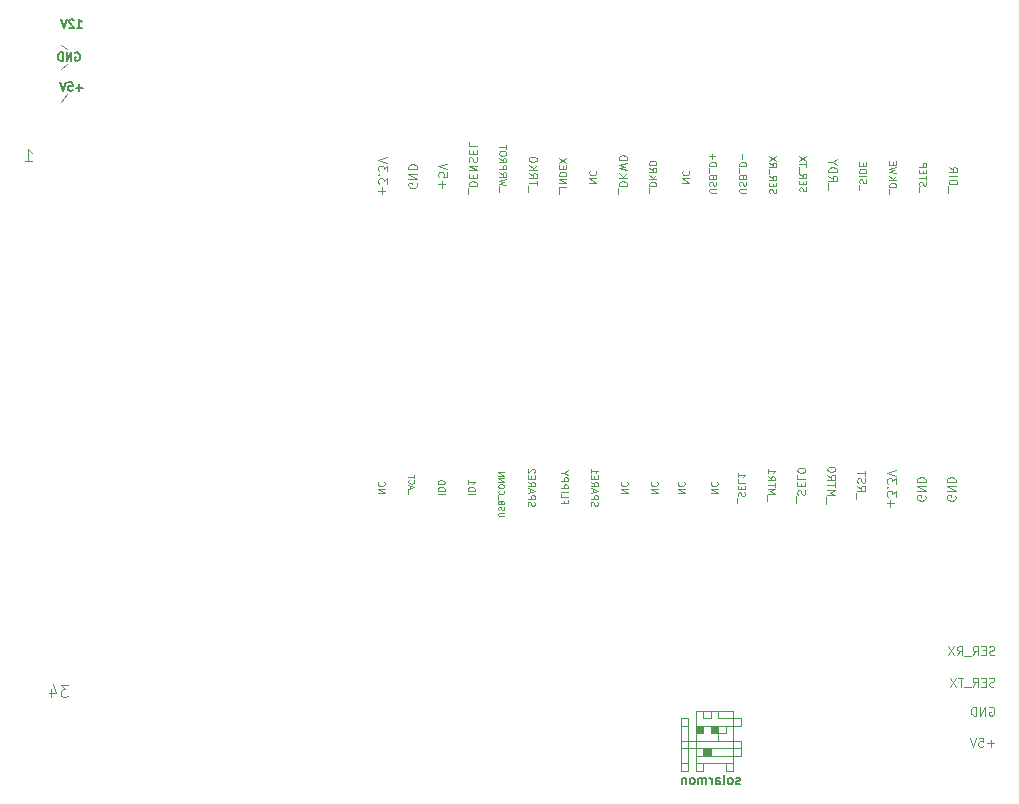
<source format=gbr>
G04 #@! TF.GenerationSoftware,KiCad,Pcbnew,(5.1.9)-1*
G04 #@! TF.CreationDate,2021-09-13T16:43:51+01:00*
G04 #@! TF.ProjectId,Greaseweazle F1 Plus Rev 1.1,47726561-7365-4776-9561-7a6c65204631,1*
G04 #@! TF.SameCoordinates,PX6312cb0PY6bcb370*
G04 #@! TF.FileFunction,Legend,Bot*
G04 #@! TF.FilePolarity,Positive*
%FSLAX46Y46*%
G04 Gerber Fmt 4.6, Leading zero omitted, Abs format (unit mm)*
G04 Created by KiCad (PCBNEW (5.1.9)-1) date 2021-09-13 16:43:51*
%MOMM*%
%LPD*%
G01*
G04 APERTURE LIST*
%ADD10C,0.120000*%
%ADD11C,0.125000*%
%ADD12C,0.150000*%
%ADD13C,0.100000*%
G04 APERTURE END LIST*
D10*
X-2794000Y50927000D02*
X-3302000Y50546000D01*
X-2794000Y52197000D02*
X-3302000Y52578000D01*
X-2794000Y48387000D02*
X-3302000Y47752000D01*
D11*
X-2746477Y-1611380D02*
X-3365524Y-1611380D01*
X-3032191Y-1992333D01*
X-3175048Y-1992333D01*
X-3270286Y-2039952D01*
X-3317905Y-2087571D01*
X-3365524Y-2182809D01*
X-3365524Y-2420904D01*
X-3317905Y-2516142D01*
X-3270286Y-2563761D01*
X-3175048Y-2611380D01*
X-2889334Y-2611380D01*
X-2794096Y-2563761D01*
X-2746477Y-2516142D01*
X-4222667Y-1944714D02*
X-4222667Y-2611380D01*
X-3984572Y-1563761D02*
X-3746477Y-2278047D01*
X-4365524Y-2278047D01*
X-6381715Y42727620D02*
X-5810286Y42727620D01*
X-6096000Y42727620D02*
X-6096000Y43727620D01*
X-6000762Y43584762D01*
X-5905524Y43489524D01*
X-5810286Y43441905D01*
X61565285Y40298858D02*
X61565285Y40870286D01*
X61636714Y41477429D02*
X61993857Y41227429D01*
X61636714Y41048858D02*
X62386714Y41048858D01*
X62386714Y41334572D01*
X62351000Y41406000D01*
X62315285Y41441715D01*
X62243857Y41477429D01*
X62136714Y41477429D01*
X62065285Y41441715D01*
X62029571Y41406000D01*
X61993857Y41334572D01*
X61993857Y41048858D01*
X61636714Y41798858D02*
X62386714Y41798858D01*
X62386714Y41977429D01*
X62351000Y42084572D01*
X62279571Y42156000D01*
X62208142Y42191715D01*
X62065285Y42227429D01*
X61958142Y42227429D01*
X61815285Y42191715D01*
X61743857Y42156000D01*
X61672428Y42084572D01*
X61636714Y41977429D01*
X61636714Y41798858D01*
X61993857Y42691715D02*
X61636714Y42691715D01*
X62386714Y42441715D02*
X61993857Y42691715D01*
X62386714Y42941715D01*
X49258571Y40930572D02*
X49858571Y40930572D01*
X49258571Y41273429D01*
X49858571Y41273429D01*
X49315714Y41902000D02*
X49287142Y41873429D01*
X49258571Y41787715D01*
X49258571Y41730572D01*
X49287142Y41644858D01*
X49344285Y41587715D01*
X49401428Y41559143D01*
X49515714Y41530572D01*
X49601428Y41530572D01*
X49715714Y41559143D01*
X49772857Y41587715D01*
X49830000Y41644858D01*
X49858571Y41730572D01*
X49858571Y41787715D01*
X49830000Y41873429D01*
X49801428Y41902000D01*
X23477571Y14641572D02*
X24077571Y14641572D01*
X23477571Y14984429D01*
X24077571Y14984429D01*
X23534714Y15613000D02*
X23506142Y15584429D01*
X23477571Y15498715D01*
X23477571Y15441572D01*
X23506142Y15355858D01*
X23563285Y15298715D01*
X23620428Y15270143D01*
X23734714Y15241572D01*
X23820428Y15241572D01*
X23934714Y15270143D01*
X23991857Y15298715D01*
X24049000Y15355858D01*
X24077571Y15441572D01*
X24077571Y15498715D01*
X24049000Y15584429D01*
X24020428Y15613000D01*
X28557571Y14527286D02*
X29157571Y14527286D01*
X28557571Y14813000D02*
X29157571Y14813000D01*
X29157571Y14955858D01*
X29129000Y15041572D01*
X29071857Y15098715D01*
X29014714Y15127286D01*
X28900428Y15155858D01*
X28814714Y15155858D01*
X28700428Y15127286D01*
X28643285Y15098715D01*
X28586142Y15041572D01*
X28557571Y14955858D01*
X28557571Y14813000D01*
X29157571Y15527286D02*
X29157571Y15584429D01*
X29129000Y15641572D01*
X29100428Y15670143D01*
X29043285Y15698715D01*
X28929000Y15727286D01*
X28786142Y15727286D01*
X28671857Y15698715D01*
X28614714Y15670143D01*
X28586142Y15641572D01*
X28557571Y15584429D01*
X28557571Y15527286D01*
X28586142Y15470143D01*
X28614714Y15441572D01*
X28671857Y15413000D01*
X28786142Y15384429D01*
X28929000Y15384429D01*
X29043285Y15413000D01*
X29100428Y15441572D01*
X29129000Y15470143D01*
X29157571Y15527286D01*
X31097571Y14527286D02*
X31697571Y14527286D01*
X31097571Y14813000D02*
X31697571Y14813000D01*
X31697571Y14955858D01*
X31669000Y15041572D01*
X31611857Y15098715D01*
X31554714Y15127286D01*
X31440428Y15155858D01*
X31354714Y15155858D01*
X31240428Y15127286D01*
X31183285Y15098715D01*
X31126142Y15041572D01*
X31097571Y14955858D01*
X31097571Y14813000D01*
X31097571Y15727286D02*
X31097571Y15384429D01*
X31097571Y15555858D02*
X31697571Y15555858D01*
X31611857Y15498715D01*
X31554714Y15441572D01*
X31526142Y15384429D01*
X36206142Y13527286D02*
X36177571Y13613000D01*
X36177571Y13755858D01*
X36206142Y13813000D01*
X36234714Y13841572D01*
X36291857Y13870143D01*
X36349000Y13870143D01*
X36406142Y13841572D01*
X36434714Y13813000D01*
X36463285Y13755858D01*
X36491857Y13641572D01*
X36520428Y13584429D01*
X36549000Y13555858D01*
X36606142Y13527286D01*
X36663285Y13527286D01*
X36720428Y13555858D01*
X36749000Y13584429D01*
X36777571Y13641572D01*
X36777571Y13784429D01*
X36749000Y13870143D01*
X36177571Y14127286D02*
X36777571Y14127286D01*
X36777571Y14355858D01*
X36749000Y14413000D01*
X36720428Y14441572D01*
X36663285Y14470143D01*
X36577571Y14470143D01*
X36520428Y14441572D01*
X36491857Y14413000D01*
X36463285Y14355858D01*
X36463285Y14127286D01*
X36349000Y14698715D02*
X36349000Y14984429D01*
X36177571Y14641572D02*
X36777571Y14841572D01*
X36177571Y15041572D01*
X36177571Y15584429D02*
X36463285Y15384429D01*
X36177571Y15241572D02*
X36777571Y15241572D01*
X36777571Y15470143D01*
X36749000Y15527286D01*
X36720428Y15555858D01*
X36663285Y15584429D01*
X36577571Y15584429D01*
X36520428Y15555858D01*
X36491857Y15527286D01*
X36463285Y15470143D01*
X36463285Y15241572D01*
X36491857Y15841572D02*
X36491857Y16041572D01*
X36177571Y16127286D02*
X36177571Y15841572D01*
X36777571Y15841572D01*
X36777571Y16127286D01*
X36720428Y16355858D02*
X36749000Y16384429D01*
X36777571Y16441572D01*
X36777571Y16584429D01*
X36749000Y16641572D01*
X36720428Y16670143D01*
X36663285Y16698715D01*
X36606142Y16698715D01*
X36520428Y16670143D01*
X36177571Y16327286D01*
X36177571Y16698715D01*
X39285857Y13955858D02*
X39285857Y13755858D01*
X38971571Y13755858D02*
X39571571Y13755858D01*
X39571571Y14041572D01*
X38971571Y14555858D02*
X38971571Y14270143D01*
X39571571Y14270143D01*
X38971571Y14755858D02*
X39571571Y14755858D01*
X38971571Y15041572D02*
X39571571Y15041572D01*
X39571571Y15270143D01*
X39543000Y15327286D01*
X39514428Y15355858D01*
X39457285Y15384429D01*
X39371571Y15384429D01*
X39314428Y15355858D01*
X39285857Y15327286D01*
X39257285Y15270143D01*
X39257285Y15041572D01*
X38971571Y15641572D02*
X39571571Y15641572D01*
X39571571Y15870143D01*
X39543000Y15927286D01*
X39514428Y15955858D01*
X39457285Y15984429D01*
X39371571Y15984429D01*
X39314428Y15955858D01*
X39285857Y15927286D01*
X39257285Y15870143D01*
X39257285Y15641572D01*
X39257285Y16355858D02*
X38971571Y16355858D01*
X39571571Y16155858D02*
X39257285Y16355858D01*
X39571571Y16555858D01*
X41540142Y13527286D02*
X41511571Y13613000D01*
X41511571Y13755858D01*
X41540142Y13813000D01*
X41568714Y13841572D01*
X41625857Y13870143D01*
X41683000Y13870143D01*
X41740142Y13841572D01*
X41768714Y13813000D01*
X41797285Y13755858D01*
X41825857Y13641572D01*
X41854428Y13584429D01*
X41883000Y13555858D01*
X41940142Y13527286D01*
X41997285Y13527286D01*
X42054428Y13555858D01*
X42083000Y13584429D01*
X42111571Y13641572D01*
X42111571Y13784429D01*
X42083000Y13870143D01*
X41511571Y14127286D02*
X42111571Y14127286D01*
X42111571Y14355858D01*
X42083000Y14413000D01*
X42054428Y14441572D01*
X41997285Y14470143D01*
X41911571Y14470143D01*
X41854428Y14441572D01*
X41825857Y14413000D01*
X41797285Y14355858D01*
X41797285Y14127286D01*
X41683000Y14698715D02*
X41683000Y14984429D01*
X41511571Y14641572D02*
X42111571Y14841572D01*
X41511571Y15041572D01*
X41511571Y15584429D02*
X41797285Y15384429D01*
X41511571Y15241572D02*
X42111571Y15241572D01*
X42111571Y15470143D01*
X42083000Y15527286D01*
X42054428Y15555858D01*
X41997285Y15584429D01*
X41911571Y15584429D01*
X41854428Y15555858D01*
X41825857Y15527286D01*
X41797285Y15470143D01*
X41797285Y15241572D01*
X41825857Y15841572D02*
X41825857Y16041572D01*
X41511571Y16127286D02*
X41511571Y15841572D01*
X42111571Y15841572D01*
X42111571Y16127286D01*
X41511571Y16698715D02*
X41511571Y16355858D01*
X41511571Y16527286D02*
X42111571Y16527286D01*
X42025857Y16470143D01*
X41968714Y16413000D01*
X41940142Y16355858D01*
X44051571Y14641572D02*
X44651571Y14641572D01*
X44051571Y14984429D01*
X44651571Y14984429D01*
X44108714Y15613000D02*
X44080142Y15584429D01*
X44051571Y15498715D01*
X44051571Y15441572D01*
X44080142Y15355858D01*
X44137285Y15298715D01*
X44194428Y15270143D01*
X44308714Y15241572D01*
X44394428Y15241572D01*
X44508714Y15270143D01*
X44565857Y15298715D01*
X44623000Y15355858D01*
X44651571Y15441572D01*
X44651571Y15498715D01*
X44623000Y15584429D01*
X44594428Y15613000D01*
X46591571Y14641572D02*
X47191571Y14641572D01*
X46591571Y14984429D01*
X47191571Y14984429D01*
X46648714Y15613000D02*
X46620142Y15584429D01*
X46591571Y15498715D01*
X46591571Y15441572D01*
X46620142Y15355858D01*
X46677285Y15298715D01*
X46734428Y15270143D01*
X46848714Y15241572D01*
X46934428Y15241572D01*
X47048714Y15270143D01*
X47105857Y15298715D01*
X47163000Y15355858D01*
X47191571Y15441572D01*
X47191571Y15498715D01*
X47163000Y15584429D01*
X47134428Y15613000D01*
X48877571Y14641572D02*
X49477571Y14641572D01*
X48877571Y14984429D01*
X49477571Y14984429D01*
X48934714Y15613000D02*
X48906142Y15584429D01*
X48877571Y15498715D01*
X48877571Y15441572D01*
X48906142Y15355858D01*
X48963285Y15298715D01*
X49020428Y15270143D01*
X49134714Y15241572D01*
X49220428Y15241572D01*
X49334714Y15270143D01*
X49391857Y15298715D01*
X49449000Y15355858D01*
X49477571Y15441572D01*
X49477571Y15498715D01*
X49449000Y15584429D01*
X49420428Y15613000D01*
X51671571Y14641572D02*
X52271571Y14641572D01*
X51671571Y14984429D01*
X52271571Y14984429D01*
X51728714Y15613000D02*
X51700142Y15584429D01*
X51671571Y15498715D01*
X51671571Y15441572D01*
X51700142Y15355858D01*
X51757285Y15298715D01*
X51814428Y15270143D01*
X51928714Y15241572D01*
X52014428Y15241572D01*
X52128714Y15270143D01*
X52185857Y15298715D01*
X52243000Y15355858D01*
X52271571Y15441572D01*
X52271571Y15498715D01*
X52243000Y15584429D01*
X52214428Y15613000D01*
X53900428Y13798715D02*
X53900428Y14255858D01*
X53986142Y14370143D02*
X53957571Y14455858D01*
X53957571Y14598715D01*
X53986142Y14655858D01*
X54014714Y14684429D01*
X54071857Y14713000D01*
X54129000Y14713000D01*
X54186142Y14684429D01*
X54214714Y14655858D01*
X54243285Y14598715D01*
X54271857Y14484429D01*
X54300428Y14427286D01*
X54329000Y14398715D01*
X54386142Y14370143D01*
X54443285Y14370143D01*
X54500428Y14398715D01*
X54529000Y14427286D01*
X54557571Y14484429D01*
X54557571Y14627286D01*
X54529000Y14713000D01*
X54271857Y14970143D02*
X54271857Y15170143D01*
X53957571Y15255858D02*
X53957571Y14970143D01*
X54557571Y14970143D01*
X54557571Y15255858D01*
X53957571Y15798715D02*
X53957571Y15513000D01*
X54557571Y15513000D01*
X53957571Y16313000D02*
X53957571Y15970143D01*
X53957571Y16141572D02*
X54557571Y16141572D01*
X54471857Y16084429D01*
X54414714Y16027286D01*
X54386142Y15970143D01*
X75696090Y-1706197D02*
X75588948Y-1741911D01*
X75410376Y-1741911D01*
X75338948Y-1706197D01*
X75303233Y-1670483D01*
X75267519Y-1599054D01*
X75267519Y-1527626D01*
X75303233Y-1456197D01*
X75338948Y-1420483D01*
X75410376Y-1384768D01*
X75553233Y-1349054D01*
X75624662Y-1313340D01*
X75660376Y-1277626D01*
X75696090Y-1206197D01*
X75696090Y-1134768D01*
X75660376Y-1063340D01*
X75624662Y-1027626D01*
X75553233Y-991911D01*
X75374662Y-991911D01*
X75267519Y-1027626D01*
X74946090Y-1349054D02*
X74696090Y-1349054D01*
X74588948Y-1741911D02*
X74946090Y-1741911D01*
X74946090Y-991911D01*
X74588948Y-991911D01*
X73838948Y-1741911D02*
X74088948Y-1384768D01*
X74267519Y-1741911D02*
X74267519Y-991911D01*
X73981805Y-991911D01*
X73910376Y-1027626D01*
X73874662Y-1063340D01*
X73838948Y-1134768D01*
X73838948Y-1241911D01*
X73874662Y-1313340D01*
X73910376Y-1349054D01*
X73981805Y-1384768D01*
X74267519Y-1384768D01*
X73696090Y-1813340D02*
X73124662Y-1813340D01*
X73053233Y-991911D02*
X72624662Y-991911D01*
X72838948Y-1741911D02*
X72838948Y-991911D01*
X72446090Y-991911D02*
X71946090Y-1741911D01*
X71946090Y-991911D02*
X72446090Y-1741911D01*
X75696090Y960803D02*
X75588947Y925089D01*
X75410376Y925089D01*
X75338947Y960803D01*
X75303233Y996517D01*
X75267519Y1067946D01*
X75267519Y1139374D01*
X75303233Y1210803D01*
X75338947Y1246517D01*
X75410376Y1282232D01*
X75553233Y1317946D01*
X75624662Y1353660D01*
X75660376Y1389374D01*
X75696090Y1460803D01*
X75696090Y1532232D01*
X75660376Y1603660D01*
X75624662Y1639374D01*
X75553233Y1675089D01*
X75374662Y1675089D01*
X75267519Y1639374D01*
X74946090Y1317946D02*
X74696090Y1317946D01*
X74588947Y925089D02*
X74946090Y925089D01*
X74946090Y1675089D01*
X74588947Y1675089D01*
X73838947Y925089D02*
X74088947Y1282232D01*
X74267519Y925089D02*
X74267519Y1675089D01*
X73981804Y1675089D01*
X73910376Y1639374D01*
X73874662Y1603660D01*
X73838947Y1532232D01*
X73838947Y1425089D01*
X73874662Y1353660D01*
X73910376Y1317946D01*
X73981804Y1282232D01*
X74267519Y1282232D01*
X73696090Y853660D02*
X73124662Y853660D01*
X72517519Y925089D02*
X72767519Y1282232D01*
X72946090Y925089D02*
X72946090Y1675089D01*
X72660376Y1675089D01*
X72588947Y1639374D01*
X72553233Y1603660D01*
X72517519Y1532232D01*
X72517519Y1425089D01*
X72553233Y1353660D01*
X72588947Y1317946D01*
X72660376Y1282232D01*
X72946090Y1282232D01*
X72267519Y1675089D02*
X71767519Y925089D01*
X71767519Y1675089D02*
X72267519Y925089D01*
X75267519Y-3491426D02*
X75338948Y-3455711D01*
X75446091Y-3455711D01*
X75553233Y-3491426D01*
X75624662Y-3562854D01*
X75660376Y-3634283D01*
X75696091Y-3777140D01*
X75696091Y-3884283D01*
X75660376Y-4027140D01*
X75624662Y-4098568D01*
X75553233Y-4169997D01*
X75446091Y-4205711D01*
X75374662Y-4205711D01*
X75267519Y-4169997D01*
X75231805Y-4134283D01*
X75231805Y-3884283D01*
X75374662Y-3884283D01*
X74910376Y-4205711D02*
X74910376Y-3455711D01*
X74481805Y-4205711D01*
X74481805Y-3455711D01*
X74124662Y-4205711D02*
X74124662Y-3455711D01*
X73946091Y-3455711D01*
X73838948Y-3491426D01*
X73767519Y-3562854D01*
X73731805Y-3634283D01*
X73696091Y-3777140D01*
X73696091Y-3884283D01*
X73731805Y-4027140D01*
X73767519Y-4098568D01*
X73838948Y-4169997D01*
X73946091Y-4205711D01*
X74124662Y-4205711D01*
X75660376Y-6561597D02*
X75088948Y-6561597D01*
X75374662Y-6847311D02*
X75374662Y-6275883D01*
X74374662Y-6097311D02*
X74731805Y-6097311D01*
X74767519Y-6454454D01*
X74731805Y-6418740D01*
X74660376Y-6383026D01*
X74481805Y-6383026D01*
X74410376Y-6418740D01*
X74374662Y-6454454D01*
X74338948Y-6525883D01*
X74338948Y-6704454D01*
X74374662Y-6775883D01*
X74410376Y-6811597D01*
X74481805Y-6847311D01*
X74660376Y-6847311D01*
X74731805Y-6811597D01*
X74767519Y-6775883D01*
X74124662Y-6097311D02*
X73874662Y-6847311D01*
X73624662Y-6097311D01*
X56440428Y13981286D02*
X56440428Y14438429D01*
X56497571Y14581286D02*
X57097571Y14581286D01*
X56669000Y14781286D01*
X57097571Y14981286D01*
X56497571Y14981286D01*
X57097571Y15181286D02*
X57097571Y15524143D01*
X56497571Y15352715D02*
X57097571Y15352715D01*
X56497571Y16067000D02*
X56783285Y15867000D01*
X56497571Y15724143D02*
X57097571Y15724143D01*
X57097571Y15952715D01*
X57069000Y16009858D01*
X57040428Y16038429D01*
X56983285Y16067000D01*
X56897571Y16067000D01*
X56840428Y16038429D01*
X56811857Y16009858D01*
X56783285Y15952715D01*
X56783285Y15724143D01*
X56497571Y16638429D02*
X56497571Y16295572D01*
X56497571Y16467000D02*
X57097571Y16467000D01*
X57011857Y16409858D01*
X56954714Y16352715D01*
X56926142Y16295572D01*
X64005666Y14150334D02*
X64005666Y14683667D01*
X64072333Y15250334D02*
X64405666Y15017000D01*
X64072333Y14850334D02*
X64772333Y14850334D01*
X64772333Y15117000D01*
X64739000Y15183667D01*
X64705666Y15217000D01*
X64639000Y15250334D01*
X64539000Y15250334D01*
X64472333Y15217000D01*
X64439000Y15183667D01*
X64405666Y15117000D01*
X64405666Y14850334D01*
X64105666Y15517000D02*
X64072333Y15617000D01*
X64072333Y15783667D01*
X64105666Y15850334D01*
X64139000Y15883667D01*
X64205666Y15917000D01*
X64272333Y15917000D01*
X64339000Y15883667D01*
X64372333Y15850334D01*
X64405666Y15783667D01*
X64439000Y15650334D01*
X64472333Y15583667D01*
X64505666Y15550334D01*
X64572333Y15517000D01*
X64639000Y15517000D01*
X64705666Y15550334D01*
X64739000Y15583667D01*
X64772333Y15650334D01*
X64772333Y15817000D01*
X64739000Y15917000D01*
X64772333Y16117000D02*
X64772333Y16517000D01*
X64072333Y16317000D02*
X64772333Y16317000D01*
X61465666Y13750334D02*
X61465666Y14283667D01*
X61532333Y14450334D02*
X62232333Y14450334D01*
X61732333Y14683667D01*
X62232333Y14917000D01*
X61532333Y14917000D01*
X62232333Y15150334D02*
X62232333Y15550334D01*
X61532333Y15350334D02*
X62232333Y15350334D01*
X61532333Y16183667D02*
X61865666Y15950334D01*
X61532333Y15783667D02*
X62232333Y15783667D01*
X62232333Y16050334D01*
X62199000Y16117000D01*
X62165666Y16150334D01*
X62099000Y16183667D01*
X61999000Y16183667D01*
X61932333Y16150334D01*
X61899000Y16117000D01*
X61865666Y16050334D01*
X61865666Y15783667D01*
X62232333Y16617000D02*
X62232333Y16683667D01*
X62199000Y16750334D01*
X62165666Y16783667D01*
X62099000Y16817000D01*
X61965666Y16850334D01*
X61799000Y16850334D01*
X61665666Y16817000D01*
X61599000Y16783667D01*
X61565666Y16750334D01*
X61532333Y16683667D01*
X61532333Y16617000D01*
X61565666Y16550334D01*
X61599000Y16517000D01*
X61665666Y16483667D01*
X61799000Y16450334D01*
X61965666Y16450334D01*
X62099000Y16483667D01*
X62165666Y16517000D01*
X62199000Y16550334D01*
X62232333Y16617000D01*
X66875428Y13486000D02*
X66875428Y14057429D01*
X66589714Y13771715D02*
X67161142Y13771715D01*
X67339714Y14343143D02*
X67339714Y14807429D01*
X67054000Y14557429D01*
X67054000Y14664572D01*
X67018285Y14736000D01*
X66982571Y14771715D01*
X66911142Y14807429D01*
X66732571Y14807429D01*
X66661142Y14771715D01*
X66625428Y14736000D01*
X66589714Y14664572D01*
X66589714Y14450286D01*
X66625428Y14378858D01*
X66661142Y14343143D01*
X66661142Y15128858D02*
X66625428Y15164572D01*
X66589714Y15128858D01*
X66625428Y15093143D01*
X66661142Y15128858D01*
X66589714Y15128858D01*
X67339714Y15414572D02*
X67339714Y15878858D01*
X67054000Y15628858D01*
X67054000Y15736000D01*
X67018285Y15807429D01*
X66982571Y15843143D01*
X66911142Y15878858D01*
X66732571Y15878858D01*
X66661142Y15843143D01*
X66625428Y15807429D01*
X66589714Y15736000D01*
X66589714Y15521715D01*
X66625428Y15450286D01*
X66661142Y15414572D01*
X67339714Y16093143D02*
X66589714Y16343143D01*
X67339714Y16593143D01*
X34182809Y12684358D02*
X33778047Y12684358D01*
X33730428Y12708167D01*
X33706619Y12731977D01*
X33682809Y12779596D01*
X33682809Y12874834D01*
X33706619Y12922453D01*
X33730428Y12946262D01*
X33778047Y12970072D01*
X34182809Y12970072D01*
X33706619Y13184358D02*
X33682809Y13255786D01*
X33682809Y13374834D01*
X33706619Y13422453D01*
X33730428Y13446262D01*
X33778047Y13470072D01*
X33825666Y13470072D01*
X33873285Y13446262D01*
X33897095Y13422453D01*
X33920904Y13374834D01*
X33944714Y13279596D01*
X33968523Y13231977D01*
X33992333Y13208167D01*
X34039952Y13184358D01*
X34087571Y13184358D01*
X34135190Y13208167D01*
X34159000Y13231977D01*
X34182809Y13279596D01*
X34182809Y13398643D01*
X34159000Y13470072D01*
X33944714Y13851024D02*
X33920904Y13922453D01*
X33897095Y13946262D01*
X33849476Y13970072D01*
X33778047Y13970072D01*
X33730428Y13946262D01*
X33706619Y13922453D01*
X33682809Y13874834D01*
X33682809Y13684358D01*
X34182809Y13684358D01*
X34182809Y13851024D01*
X34159000Y13898643D01*
X34135190Y13922453D01*
X34087571Y13946262D01*
X34039952Y13946262D01*
X33992333Y13922453D01*
X33968523Y13898643D01*
X33944714Y13851024D01*
X33944714Y13684358D01*
X33635190Y14065310D02*
X33635190Y14446262D01*
X33730428Y14851024D02*
X33706619Y14827215D01*
X33682809Y14755786D01*
X33682809Y14708167D01*
X33706619Y14636739D01*
X33754238Y14589120D01*
X33801857Y14565310D01*
X33897095Y14541500D01*
X33968523Y14541500D01*
X34063761Y14565310D01*
X34111380Y14589120D01*
X34159000Y14636739D01*
X34182809Y14708167D01*
X34182809Y14755786D01*
X34159000Y14827215D01*
X34135190Y14851024D01*
X34182809Y15160548D02*
X34182809Y15255786D01*
X34159000Y15303405D01*
X34111380Y15351024D01*
X34016142Y15374834D01*
X33849476Y15374834D01*
X33754238Y15351024D01*
X33706619Y15303405D01*
X33682809Y15255786D01*
X33682809Y15160548D01*
X33706619Y15112929D01*
X33754238Y15065310D01*
X33849476Y15041500D01*
X34016142Y15041500D01*
X34111380Y15065310D01*
X34159000Y15112929D01*
X34182809Y15160548D01*
X33682809Y15589120D02*
X34182809Y15589120D01*
X33682809Y15874834D01*
X34182809Y15874834D01*
X33682809Y16112929D02*
X34182809Y16112929D01*
X33682809Y16398643D01*
X34182809Y16398643D01*
X58925666Y13833667D02*
X58925666Y14367000D01*
X59025666Y14500334D02*
X58992333Y14600334D01*
X58992333Y14767000D01*
X59025666Y14833667D01*
X59059000Y14867000D01*
X59125666Y14900334D01*
X59192333Y14900334D01*
X59259000Y14867000D01*
X59292333Y14833667D01*
X59325666Y14767000D01*
X59359000Y14633667D01*
X59392333Y14567000D01*
X59425666Y14533667D01*
X59492333Y14500334D01*
X59559000Y14500334D01*
X59625666Y14533667D01*
X59659000Y14567000D01*
X59692333Y14633667D01*
X59692333Y14800334D01*
X59659000Y14900334D01*
X59359000Y15200334D02*
X59359000Y15433667D01*
X58992333Y15533667D02*
X58992333Y15200334D01*
X59692333Y15200334D01*
X59692333Y15533667D01*
X58992333Y16167000D02*
X58992333Y15833667D01*
X59692333Y15833667D01*
X59692333Y16533667D02*
X59692333Y16600334D01*
X59659000Y16667000D01*
X59625666Y16700334D01*
X59559000Y16733667D01*
X59425666Y16767000D01*
X59259000Y16767000D01*
X59125666Y16733667D01*
X59059000Y16700334D01*
X59025666Y16667000D01*
X58992333Y16600334D01*
X58992333Y16533667D01*
X59025666Y16467000D01*
X59059000Y16433667D01*
X59125666Y16400334D01*
X59259000Y16367000D01*
X59425666Y16367000D01*
X59559000Y16400334D01*
X59625666Y16433667D01*
X59659000Y16467000D01*
X59692333Y16533667D01*
X69844000Y14414572D02*
X69879714Y14343143D01*
X69879714Y14236000D01*
X69844000Y14128858D01*
X69772571Y14057429D01*
X69701142Y14021715D01*
X69558285Y13986000D01*
X69451142Y13986000D01*
X69308285Y14021715D01*
X69236857Y14057429D01*
X69165428Y14128858D01*
X69129714Y14236000D01*
X69129714Y14307429D01*
X69165428Y14414572D01*
X69201142Y14450286D01*
X69451142Y14450286D01*
X69451142Y14307429D01*
X69129714Y14771715D02*
X69879714Y14771715D01*
X69129714Y15200286D01*
X69879714Y15200286D01*
X69129714Y15557429D02*
X69879714Y15557429D01*
X69879714Y15736000D01*
X69844000Y15843143D01*
X69772571Y15914572D01*
X69701142Y15950286D01*
X69558285Y15986000D01*
X69451142Y15986000D01*
X69308285Y15950286D01*
X69236857Y15914572D01*
X69165428Y15843143D01*
X69129714Y15736000D01*
X69129714Y15557429D01*
X72384000Y14414572D02*
X72419714Y14343143D01*
X72419714Y14236000D01*
X72384000Y14128858D01*
X72312571Y14057429D01*
X72241142Y14021715D01*
X72098285Y13986000D01*
X71991142Y13986000D01*
X71848285Y14021715D01*
X71776857Y14057429D01*
X71705428Y14128858D01*
X71669714Y14236000D01*
X71669714Y14307429D01*
X71705428Y14414572D01*
X71741142Y14450286D01*
X71991142Y14450286D01*
X71991142Y14307429D01*
X71669714Y14771715D02*
X72419714Y14771715D01*
X71669714Y15200286D01*
X72419714Y15200286D01*
X71669714Y15557429D02*
X72419714Y15557429D01*
X72419714Y15736000D01*
X72384000Y15843143D01*
X72312571Y15914572D01*
X72241142Y15950286D01*
X72098285Y15986000D01*
X71991142Y15986000D01*
X71848285Y15950286D01*
X71776857Y15914572D01*
X71705428Y15843143D01*
X71669714Y15736000D01*
X71669714Y15557429D01*
X26015190Y14521762D02*
X26015190Y14902715D01*
X26205666Y14997953D02*
X26205666Y15236048D01*
X26062809Y14950334D02*
X26562809Y15117000D01*
X26062809Y15283667D01*
X26110428Y15736048D02*
X26086619Y15712239D01*
X26062809Y15640810D01*
X26062809Y15593191D01*
X26086619Y15521762D01*
X26134238Y15474143D01*
X26181857Y15450334D01*
X26277095Y15426524D01*
X26348523Y15426524D01*
X26443761Y15450334D01*
X26491380Y15474143D01*
X26539000Y15521762D01*
X26562809Y15593191D01*
X26562809Y15640810D01*
X26539000Y15712239D01*
X26515190Y15736048D01*
X26562809Y15878905D02*
X26562809Y16164620D01*
X26062809Y16021762D02*
X26562809Y16021762D01*
X31112666Y39930667D02*
X31112666Y40464000D01*
X31179333Y40630667D02*
X31879333Y40630667D01*
X31879333Y40797334D01*
X31846000Y40897334D01*
X31779333Y40964000D01*
X31712666Y40997334D01*
X31579333Y41030667D01*
X31479333Y41030667D01*
X31346000Y40997334D01*
X31279333Y40964000D01*
X31212666Y40897334D01*
X31179333Y40797334D01*
X31179333Y40630667D01*
X31546000Y41330667D02*
X31546000Y41564000D01*
X31179333Y41664000D02*
X31179333Y41330667D01*
X31879333Y41330667D01*
X31879333Y41664000D01*
X31179333Y41964000D02*
X31879333Y41964000D01*
X31179333Y42364000D01*
X31879333Y42364000D01*
X31212666Y42664000D02*
X31179333Y42764000D01*
X31179333Y42930667D01*
X31212666Y42997334D01*
X31246000Y43030667D01*
X31312666Y43064000D01*
X31379333Y43064000D01*
X31446000Y43030667D01*
X31479333Y42997334D01*
X31512666Y42930667D01*
X31546000Y42797334D01*
X31579333Y42730667D01*
X31612666Y42697334D01*
X31679333Y42664000D01*
X31746000Y42664000D01*
X31812666Y42697334D01*
X31846000Y42730667D01*
X31879333Y42797334D01*
X31879333Y42964000D01*
X31846000Y43064000D01*
X31546000Y43364000D02*
X31546000Y43597334D01*
X31179333Y43697334D02*
X31179333Y43364000D01*
X31879333Y43364000D01*
X31879333Y43697334D01*
X31179333Y44330667D02*
X31179333Y43997334D01*
X31879333Y43997334D01*
X26791000Y40894072D02*
X26826714Y40822643D01*
X26826714Y40715500D01*
X26791000Y40608358D01*
X26719571Y40536929D01*
X26648142Y40501215D01*
X26505285Y40465500D01*
X26398142Y40465500D01*
X26255285Y40501215D01*
X26183857Y40536929D01*
X26112428Y40608358D01*
X26076714Y40715500D01*
X26076714Y40786929D01*
X26112428Y40894072D01*
X26148142Y40929786D01*
X26398142Y40929786D01*
X26398142Y40786929D01*
X26076714Y41251215D02*
X26826714Y41251215D01*
X26076714Y41679786D01*
X26826714Y41679786D01*
X26076714Y42036929D02*
X26826714Y42036929D01*
X26826714Y42215500D01*
X26791000Y42322643D01*
X26719571Y42394072D01*
X26648142Y42429786D01*
X26505285Y42465500D01*
X26398142Y42465500D01*
X26255285Y42429786D01*
X26183857Y42394072D01*
X26112428Y42322643D01*
X26076714Y42215500D01*
X26076714Y42036929D01*
X28902428Y40501215D02*
X28902428Y41072643D01*
X28616714Y40786929D02*
X29188142Y40786929D01*
X29366714Y41786929D02*
X29366714Y41429786D01*
X29009571Y41394072D01*
X29045285Y41429786D01*
X29081000Y41501215D01*
X29081000Y41679786D01*
X29045285Y41751215D01*
X29009571Y41786929D01*
X28938142Y41822643D01*
X28759571Y41822643D01*
X28688142Y41786929D01*
X28652428Y41751215D01*
X28616714Y41679786D01*
X28616714Y41501215D01*
X28652428Y41429786D01*
X28688142Y41394072D01*
X29366714Y42036929D02*
X28616714Y42286929D01*
X29366714Y42536929D01*
X59193142Y40170286D02*
X59164571Y40256000D01*
X59164571Y40398858D01*
X59193142Y40456000D01*
X59221714Y40484572D01*
X59278857Y40513143D01*
X59336000Y40513143D01*
X59393142Y40484572D01*
X59421714Y40456000D01*
X59450285Y40398858D01*
X59478857Y40284572D01*
X59507428Y40227429D01*
X59536000Y40198858D01*
X59593142Y40170286D01*
X59650285Y40170286D01*
X59707428Y40198858D01*
X59736000Y40227429D01*
X59764571Y40284572D01*
X59764571Y40427429D01*
X59736000Y40513143D01*
X59478857Y40770286D02*
X59478857Y40970286D01*
X59164571Y41056000D02*
X59164571Y40770286D01*
X59764571Y40770286D01*
X59764571Y41056000D01*
X59164571Y41656000D02*
X59450285Y41456000D01*
X59164571Y41313143D02*
X59764571Y41313143D01*
X59764571Y41541715D01*
X59736000Y41598858D01*
X59707428Y41627429D01*
X59650285Y41656000D01*
X59564571Y41656000D01*
X59507428Y41627429D01*
X59478857Y41598858D01*
X59450285Y41541715D01*
X59450285Y41313143D01*
X59107428Y41770286D02*
X59107428Y42227429D01*
X59764571Y42284572D02*
X59764571Y42627429D01*
X59164571Y42456000D02*
X59764571Y42456000D01*
X59764571Y42770286D02*
X59164571Y43170286D01*
X59764571Y43170286D02*
X59164571Y42770286D01*
X46407428Y40036929D02*
X46407428Y40494072D01*
X46464571Y40636929D02*
X47064571Y40636929D01*
X47064571Y40779786D01*
X47036000Y40865500D01*
X46978857Y40922643D01*
X46921714Y40951215D01*
X46807428Y40979786D01*
X46721714Y40979786D01*
X46607428Y40951215D01*
X46550285Y40922643D01*
X46493142Y40865500D01*
X46464571Y40779786D01*
X46464571Y40636929D01*
X46464571Y41236929D02*
X47064571Y41236929D01*
X46464571Y41579786D02*
X46807428Y41322643D01*
X47064571Y41579786D02*
X46721714Y41236929D01*
X46464571Y42179786D02*
X46750285Y41979786D01*
X46464571Y41836929D02*
X47064571Y41836929D01*
X47064571Y42065500D01*
X47036000Y42122643D01*
X47007428Y42151215D01*
X46950285Y42179786D01*
X46864571Y42179786D01*
X46807428Y42151215D01*
X46778857Y42122643D01*
X46750285Y42065500D01*
X46750285Y41836929D01*
X46464571Y42436929D02*
X47064571Y42436929D01*
X47064571Y42579786D01*
X47036000Y42665500D01*
X46978857Y42722643D01*
X46921714Y42751215D01*
X46807428Y42779786D01*
X46721714Y42779786D01*
X46607428Y42751215D01*
X46550285Y42722643D01*
X46493142Y42665500D01*
X46464571Y42579786D01*
X46464571Y42436929D01*
X69267428Y40087715D02*
X69267428Y40544858D01*
X69353142Y40659143D02*
X69324571Y40744858D01*
X69324571Y40887715D01*
X69353142Y40944858D01*
X69381714Y40973429D01*
X69438857Y41002000D01*
X69496000Y41002000D01*
X69553142Y40973429D01*
X69581714Y40944858D01*
X69610285Y40887715D01*
X69638857Y40773429D01*
X69667428Y40716286D01*
X69696000Y40687715D01*
X69753142Y40659143D01*
X69810285Y40659143D01*
X69867428Y40687715D01*
X69896000Y40716286D01*
X69924571Y40773429D01*
X69924571Y40916286D01*
X69896000Y41002000D01*
X69924571Y41173429D02*
X69924571Y41516286D01*
X69324571Y41344858D02*
X69924571Y41344858D01*
X69638857Y41716286D02*
X69638857Y41916286D01*
X69324571Y42002000D02*
X69324571Y41716286D01*
X69924571Y41716286D01*
X69924571Y42002000D01*
X69324571Y42259143D02*
X69924571Y42259143D01*
X69924571Y42487715D01*
X69896000Y42544858D01*
X69867428Y42573429D01*
X69810285Y42602000D01*
X69724571Y42602000D01*
X69667428Y42573429D01*
X69638857Y42544858D01*
X69610285Y42487715D01*
X69610285Y42259143D01*
X52144571Y40062358D02*
X51658857Y40062358D01*
X51601714Y40090929D01*
X51573142Y40119500D01*
X51544571Y40176643D01*
X51544571Y40290929D01*
X51573142Y40348072D01*
X51601714Y40376643D01*
X51658857Y40405215D01*
X52144571Y40405215D01*
X51573142Y40662358D02*
X51544571Y40748072D01*
X51544571Y40890929D01*
X51573142Y40948072D01*
X51601714Y40976643D01*
X51658857Y41005215D01*
X51716000Y41005215D01*
X51773142Y40976643D01*
X51801714Y40948072D01*
X51830285Y40890929D01*
X51858857Y40776643D01*
X51887428Y40719500D01*
X51916000Y40690929D01*
X51973142Y40662358D01*
X52030285Y40662358D01*
X52087428Y40690929D01*
X52116000Y40719500D01*
X52144571Y40776643D01*
X52144571Y40919500D01*
X52116000Y41005215D01*
X51858857Y41462358D02*
X51830285Y41548072D01*
X51801714Y41576643D01*
X51744571Y41605215D01*
X51658857Y41605215D01*
X51601714Y41576643D01*
X51573142Y41548072D01*
X51544571Y41490929D01*
X51544571Y41262358D01*
X52144571Y41262358D01*
X52144571Y41462358D01*
X52116000Y41519500D01*
X52087428Y41548072D01*
X52030285Y41576643D01*
X51973142Y41576643D01*
X51916000Y41548072D01*
X51887428Y41519500D01*
X51858857Y41462358D01*
X51858857Y41262358D01*
X51487428Y41719500D02*
X51487428Y42176643D01*
X51544571Y42319500D02*
X52144571Y42319500D01*
X52144571Y42462358D01*
X52116000Y42548072D01*
X52058857Y42605215D01*
X52001714Y42633786D01*
X51887428Y42662358D01*
X51801714Y42662358D01*
X51687428Y42633786D01*
X51630285Y42605215D01*
X51573142Y42548072D01*
X51544571Y42462358D01*
X51544571Y42319500D01*
X51773142Y42919500D02*
X51773142Y43376643D01*
X51544571Y43148072D02*
X52001714Y43148072D01*
X71752666Y40078167D02*
X71752666Y40611500D01*
X71819333Y40778167D02*
X72519333Y40778167D01*
X72519333Y40944834D01*
X72486000Y41044834D01*
X72419333Y41111500D01*
X72352666Y41144834D01*
X72219333Y41178167D01*
X72119333Y41178167D01*
X71986000Y41144834D01*
X71919333Y41111500D01*
X71852666Y41044834D01*
X71819333Y40944834D01*
X71819333Y40778167D01*
X71819333Y41478167D02*
X72519333Y41478167D01*
X71819333Y42211500D02*
X72152666Y41978167D01*
X71819333Y41811500D02*
X72519333Y41811500D01*
X72519333Y42078167D01*
X72486000Y42144834D01*
X72452666Y42178167D01*
X72386000Y42211500D01*
X72286000Y42211500D01*
X72219333Y42178167D01*
X72186000Y42144834D01*
X72152666Y42078167D01*
X72152666Y41811500D01*
X64187428Y40300429D02*
X64187428Y40757572D01*
X64273142Y40871858D02*
X64244571Y40957572D01*
X64244571Y41100429D01*
X64273142Y41157572D01*
X64301714Y41186143D01*
X64358857Y41214715D01*
X64416000Y41214715D01*
X64473142Y41186143D01*
X64501714Y41157572D01*
X64530285Y41100429D01*
X64558857Y40986143D01*
X64587428Y40929000D01*
X64616000Y40900429D01*
X64673142Y40871858D01*
X64730285Y40871858D01*
X64787428Y40900429D01*
X64816000Y40929000D01*
X64844571Y40986143D01*
X64844571Y41129000D01*
X64816000Y41214715D01*
X64244571Y41471858D02*
X64844571Y41471858D01*
X64244571Y41757572D02*
X64844571Y41757572D01*
X64844571Y41900429D01*
X64816000Y41986143D01*
X64758857Y42043286D01*
X64701714Y42071858D01*
X64587428Y42100429D01*
X64501714Y42100429D01*
X64387428Y42071858D01*
X64330285Y42043286D01*
X64273142Y41986143D01*
X64244571Y41900429D01*
X64244571Y41757572D01*
X64558857Y42357572D02*
X64558857Y42557572D01*
X64244571Y42643286D02*
X64244571Y42357572D01*
X64844571Y42357572D01*
X64844571Y42643286D01*
X56653142Y40035358D02*
X56624571Y40121072D01*
X56624571Y40263929D01*
X56653142Y40321072D01*
X56681714Y40349643D01*
X56738857Y40378215D01*
X56796000Y40378215D01*
X56853142Y40349643D01*
X56881714Y40321072D01*
X56910285Y40263929D01*
X56938857Y40149643D01*
X56967428Y40092500D01*
X56996000Y40063929D01*
X57053142Y40035358D01*
X57110285Y40035358D01*
X57167428Y40063929D01*
X57196000Y40092500D01*
X57224571Y40149643D01*
X57224571Y40292500D01*
X57196000Y40378215D01*
X56938857Y40635358D02*
X56938857Y40835358D01*
X56624571Y40921072D02*
X56624571Y40635358D01*
X57224571Y40635358D01*
X57224571Y40921072D01*
X56624571Y41521072D02*
X56910285Y41321072D01*
X56624571Y41178215D02*
X57224571Y41178215D01*
X57224571Y41406786D01*
X57196000Y41463929D01*
X57167428Y41492500D01*
X57110285Y41521072D01*
X57024571Y41521072D01*
X56967428Y41492500D01*
X56938857Y41463929D01*
X56910285Y41406786D01*
X56910285Y41178215D01*
X56567428Y41635358D02*
X56567428Y42092500D01*
X56624571Y42578215D02*
X56910285Y42378215D01*
X56624571Y42235358D02*
X57224571Y42235358D01*
X57224571Y42463929D01*
X57196000Y42521072D01*
X57167428Y42549643D01*
X57110285Y42578215D01*
X57024571Y42578215D01*
X56967428Y42549643D01*
X56938857Y42521072D01*
X56910285Y42463929D01*
X56910285Y42235358D01*
X57224571Y42778215D02*
X56624571Y43178215D01*
X57224571Y43178215D02*
X56624571Y42778215D01*
X54684571Y40062358D02*
X54198857Y40062358D01*
X54141714Y40090929D01*
X54113142Y40119500D01*
X54084571Y40176643D01*
X54084571Y40290929D01*
X54113142Y40348072D01*
X54141714Y40376643D01*
X54198857Y40405215D01*
X54684571Y40405215D01*
X54113142Y40662358D02*
X54084571Y40748072D01*
X54084571Y40890929D01*
X54113142Y40948072D01*
X54141714Y40976643D01*
X54198857Y41005215D01*
X54256000Y41005215D01*
X54313142Y40976643D01*
X54341714Y40948072D01*
X54370285Y40890929D01*
X54398857Y40776643D01*
X54427428Y40719500D01*
X54456000Y40690929D01*
X54513142Y40662358D01*
X54570285Y40662358D01*
X54627428Y40690929D01*
X54656000Y40719500D01*
X54684571Y40776643D01*
X54684571Y40919500D01*
X54656000Y41005215D01*
X54398857Y41462358D02*
X54370285Y41548072D01*
X54341714Y41576643D01*
X54284571Y41605215D01*
X54198857Y41605215D01*
X54141714Y41576643D01*
X54113142Y41548072D01*
X54084571Y41490929D01*
X54084571Y41262358D01*
X54684571Y41262358D01*
X54684571Y41462358D01*
X54656000Y41519500D01*
X54627428Y41548072D01*
X54570285Y41576643D01*
X54513142Y41576643D01*
X54456000Y41548072D01*
X54427428Y41519500D01*
X54398857Y41462358D01*
X54398857Y41262358D01*
X54027428Y41719500D02*
X54027428Y42176643D01*
X54084571Y42319500D02*
X54684571Y42319500D01*
X54684571Y42462358D01*
X54656000Y42548072D01*
X54598857Y42605215D01*
X54541714Y42633786D01*
X54427428Y42662358D01*
X54341714Y42662358D01*
X54227428Y42633786D01*
X54170285Y42605215D01*
X54113142Y42548072D01*
X54084571Y42462358D01*
X54084571Y42319500D01*
X54313142Y42919500D02*
X54313142Y43376643D01*
X66727428Y39959143D02*
X66727428Y40416286D01*
X66784571Y40559143D02*
X67384571Y40559143D01*
X67384571Y40702000D01*
X67356000Y40787715D01*
X67298857Y40844858D01*
X67241714Y40873429D01*
X67127428Y40902000D01*
X67041714Y40902000D01*
X66927428Y40873429D01*
X66870285Y40844858D01*
X66813142Y40787715D01*
X66784571Y40702000D01*
X66784571Y40559143D01*
X66784571Y41159143D02*
X67384571Y41159143D01*
X66784571Y41502000D02*
X67127428Y41244858D01*
X67384571Y41502000D02*
X67041714Y41159143D01*
X67384571Y41702000D02*
X66784571Y41844858D01*
X67213142Y41959143D01*
X66784571Y42073429D01*
X67384571Y42216286D01*
X67098857Y42444858D02*
X67098857Y42644858D01*
X66784571Y42730572D02*
X66784571Y42444858D01*
X67384571Y42444858D01*
X67384571Y42730572D01*
X33707428Y40149715D02*
X33707428Y40606858D01*
X34364571Y40692572D02*
X33764571Y40835429D01*
X34193142Y40949715D01*
X33764571Y41064000D01*
X34364571Y41206858D01*
X33764571Y41778286D02*
X34050285Y41578286D01*
X33764571Y41435429D02*
X34364571Y41435429D01*
X34364571Y41664000D01*
X34336000Y41721143D01*
X34307428Y41749715D01*
X34250285Y41778286D01*
X34164571Y41778286D01*
X34107428Y41749715D01*
X34078857Y41721143D01*
X34050285Y41664000D01*
X34050285Y41435429D01*
X33764571Y42035429D02*
X34364571Y42035429D01*
X34364571Y42264000D01*
X34336000Y42321143D01*
X34307428Y42349715D01*
X34250285Y42378286D01*
X34164571Y42378286D01*
X34107428Y42349715D01*
X34078857Y42321143D01*
X34050285Y42264000D01*
X34050285Y42035429D01*
X33764571Y42978286D02*
X34050285Y42778286D01*
X33764571Y42635429D02*
X34364571Y42635429D01*
X34364571Y42864000D01*
X34336000Y42921143D01*
X34307428Y42949715D01*
X34250285Y42978286D01*
X34164571Y42978286D01*
X34107428Y42949715D01*
X34078857Y42921143D01*
X34050285Y42864000D01*
X34050285Y42635429D01*
X34364571Y43349715D02*
X34364571Y43464000D01*
X34336000Y43521143D01*
X34278857Y43578286D01*
X34164571Y43606858D01*
X33964571Y43606858D01*
X33850285Y43578286D01*
X33793142Y43521143D01*
X33764571Y43464000D01*
X33764571Y43349715D01*
X33793142Y43292572D01*
X33850285Y43235429D01*
X33964571Y43206858D01*
X34164571Y43206858D01*
X34278857Y43235429D01*
X34336000Y43292572D01*
X34364571Y43349715D01*
X34364571Y43778286D02*
X34364571Y44121143D01*
X33764571Y43949715D02*
X34364571Y43949715D01*
X43812666Y39939334D02*
X43812666Y40472667D01*
X43879333Y40639334D02*
X44579333Y40639334D01*
X44579333Y40806000D01*
X44546000Y40906000D01*
X44479333Y40972667D01*
X44412666Y41006000D01*
X44279333Y41039334D01*
X44179333Y41039334D01*
X44046000Y41006000D01*
X43979333Y40972667D01*
X43912666Y40906000D01*
X43879333Y40806000D01*
X43879333Y40639334D01*
X43879333Y41339334D02*
X44579333Y41339334D01*
X43879333Y41739334D02*
X44279333Y41439334D01*
X44579333Y41739334D02*
X44179333Y41339334D01*
X44579333Y41972667D02*
X43879333Y42139334D01*
X44379333Y42272667D01*
X43879333Y42406000D01*
X44579333Y42572667D01*
X43879333Y42839334D02*
X44579333Y42839334D01*
X44579333Y43006000D01*
X44546000Y43106000D01*
X44479333Y43172667D01*
X44412666Y43206000D01*
X44279333Y43239334D01*
X44179333Y43239334D01*
X44046000Y43206000D01*
X43979333Y43172667D01*
X43912666Y43106000D01*
X43879333Y43006000D01*
X43879333Y42839334D01*
X41384571Y40930572D02*
X41984571Y40930572D01*
X41384571Y41273429D01*
X41984571Y41273429D01*
X41441714Y41902000D02*
X41413142Y41873429D01*
X41384571Y41787715D01*
X41384571Y41730572D01*
X41413142Y41644858D01*
X41470285Y41587715D01*
X41527428Y41559143D01*
X41641714Y41530572D01*
X41727428Y41530572D01*
X41841714Y41559143D01*
X41898857Y41587715D01*
X41956000Y41644858D01*
X41984571Y41730572D01*
X41984571Y41787715D01*
X41956000Y41873429D01*
X41927428Y41902000D01*
X38787428Y39986143D02*
X38787428Y40443286D01*
X38844571Y40586143D02*
X39444571Y40586143D01*
X38844571Y40871858D02*
X39444571Y40871858D01*
X38844571Y41214715D01*
X39444571Y41214715D01*
X38844571Y41500429D02*
X39444571Y41500429D01*
X39444571Y41643286D01*
X39416000Y41729000D01*
X39358857Y41786143D01*
X39301714Y41814715D01*
X39187428Y41843286D01*
X39101714Y41843286D01*
X38987428Y41814715D01*
X38930285Y41786143D01*
X38873142Y41729000D01*
X38844571Y41643286D01*
X38844571Y41500429D01*
X39158857Y42100429D02*
X39158857Y42300429D01*
X38844571Y42386143D02*
X38844571Y42100429D01*
X39444571Y42100429D01*
X39444571Y42386143D01*
X39444571Y42586143D02*
X38844571Y42986143D01*
X39444571Y42986143D02*
X38844571Y42586143D01*
X36192666Y40089334D02*
X36192666Y40622667D01*
X36959333Y40689334D02*
X36959333Y41089334D01*
X36259333Y40889334D02*
X36959333Y40889334D01*
X36259333Y41722667D02*
X36592666Y41489334D01*
X36259333Y41322667D02*
X36959333Y41322667D01*
X36959333Y41589334D01*
X36926000Y41656000D01*
X36892666Y41689334D01*
X36826000Y41722667D01*
X36726000Y41722667D01*
X36659333Y41689334D01*
X36626000Y41656000D01*
X36592666Y41589334D01*
X36592666Y41322667D01*
X36259333Y42022667D02*
X36959333Y42022667D01*
X36259333Y42422667D02*
X36659333Y42122667D01*
X36959333Y42422667D02*
X36559333Y42022667D01*
X36959333Y42856000D02*
X36959333Y42922667D01*
X36926000Y42989334D01*
X36892666Y43022667D01*
X36826000Y43056000D01*
X36692666Y43089334D01*
X36526000Y43089334D01*
X36392666Y43056000D01*
X36326000Y43022667D01*
X36292666Y42989334D01*
X36259333Y42922667D01*
X36259333Y42856000D01*
X36292666Y42789334D01*
X36326000Y42756000D01*
X36392666Y42722667D01*
X36526000Y42689334D01*
X36692666Y42689334D01*
X36826000Y42722667D01*
X36892666Y42756000D01*
X36926000Y42789334D01*
X36959333Y42856000D01*
X23822428Y39965500D02*
X23822428Y40536929D01*
X23536714Y40251215D02*
X24108142Y40251215D01*
X24286714Y40822643D02*
X24286714Y41286929D01*
X24001000Y41036929D01*
X24001000Y41144072D01*
X23965285Y41215500D01*
X23929571Y41251215D01*
X23858142Y41286929D01*
X23679571Y41286929D01*
X23608142Y41251215D01*
X23572428Y41215500D01*
X23536714Y41144072D01*
X23536714Y40929786D01*
X23572428Y40858358D01*
X23608142Y40822643D01*
X23608142Y41608358D02*
X23572428Y41644072D01*
X23536714Y41608358D01*
X23572428Y41572643D01*
X23608142Y41608358D01*
X23536714Y41608358D01*
X24286714Y41894072D02*
X24286714Y42358358D01*
X24001000Y42108358D01*
X24001000Y42215500D01*
X23965285Y42286929D01*
X23929571Y42322643D01*
X23858142Y42358358D01*
X23679571Y42358358D01*
X23608142Y42322643D01*
X23572428Y42286929D01*
X23536714Y42215500D01*
X23536714Y42001215D01*
X23572428Y41929786D01*
X23608142Y41894072D01*
X24286714Y42572643D02*
X23536714Y42822643D01*
X24286714Y43072643D01*
D12*
X-1513000Y48972000D02*
X-2046334Y48972000D01*
X-1779667Y48705334D02*
X-1779667Y49238667D01*
X-2713000Y49405334D02*
X-2379667Y49405334D01*
X-2346334Y49072000D01*
X-2379667Y49105334D01*
X-2446334Y49138667D01*
X-2613000Y49138667D01*
X-2679667Y49105334D01*
X-2713000Y49072000D01*
X-2746334Y49005334D01*
X-2746334Y48838667D01*
X-2713000Y48772000D01*
X-2679667Y48738667D01*
X-2613000Y48705334D01*
X-2446334Y48705334D01*
X-2379667Y48738667D01*
X-2346334Y48772000D01*
X-2946334Y49405334D02*
X-3179667Y48705334D01*
X-3413000Y49405334D01*
X-2133667Y51912000D02*
X-2067000Y51945334D01*
X-1967000Y51945334D01*
X-1867000Y51912000D01*
X-1800334Y51845334D01*
X-1767000Y51778667D01*
X-1733667Y51645334D01*
X-1733667Y51545334D01*
X-1767000Y51412000D01*
X-1800334Y51345334D01*
X-1867000Y51278667D01*
X-1967000Y51245334D01*
X-2033667Y51245334D01*
X-2133667Y51278667D01*
X-2167000Y51312000D01*
X-2167000Y51545334D01*
X-2033667Y51545334D01*
X-2467000Y51245334D02*
X-2467000Y51945334D01*
X-2867000Y51245334D01*
X-2867000Y51945334D01*
X-3200334Y51245334D02*
X-3200334Y51945334D01*
X-3367000Y51945334D01*
X-3467000Y51912000D01*
X-3533667Y51845334D01*
X-3567000Y51778667D01*
X-3600334Y51645334D01*
X-3600334Y51545334D01*
X-3567000Y51412000D01*
X-3533667Y51345334D01*
X-3467000Y51278667D01*
X-3367000Y51245334D01*
X-3200334Y51245334D01*
X-1979667Y54039334D02*
X-1579667Y54039334D01*
X-1779667Y54039334D02*
X-1779667Y54739334D01*
X-1713000Y54639334D01*
X-1646334Y54572667D01*
X-1579667Y54539334D01*
X-2246334Y54672667D02*
X-2279667Y54706000D01*
X-2346334Y54739334D01*
X-2513000Y54739334D01*
X-2579667Y54706000D01*
X-2613000Y54672667D01*
X-2646334Y54606000D01*
X-2646334Y54539334D01*
X-2613000Y54439334D01*
X-2213000Y54039334D01*
X-2646334Y54039334D01*
X-2846334Y54739334D02*
X-3079667Y54039334D01*
X-3313000Y54739334D01*
D13*
X54229000Y-4445000D02*
X52324000Y-4445000D01*
X53594000Y-3810000D02*
X53594000Y-8890000D01*
X50419000Y-5080000D02*
X54229000Y-5080000D01*
X54229000Y-5080000D02*
X54229000Y-4445000D01*
X53594000Y-3810000D02*
X50419000Y-3810000D01*
X52324000Y-3810000D02*
X52324000Y-4445000D01*
X51689000Y-3810000D02*
X51689000Y-4445000D01*
X51689000Y-4445000D02*
X51054000Y-4445000D01*
X51054000Y-3810000D02*
X51054000Y-4445000D01*
X50419000Y-3810000D02*
X50419000Y-8890000D01*
X52959000Y-5080000D02*
X52959000Y-5715000D01*
X52959000Y-5715000D02*
X51689000Y-5715000D01*
X52324000Y-5080000D02*
X52324000Y-6350000D01*
X51689000Y-5080000D02*
X51689000Y-5715000D01*
X51054000Y-5080000D02*
X51054000Y-5715000D01*
X54229000Y-6350000D02*
X49149000Y-6350000D01*
X54229000Y-7620000D02*
X54229000Y-6350000D01*
X54229000Y-6985000D02*
X49149000Y-6985000D01*
X54229000Y-7620000D02*
X50419000Y-7620000D01*
X53594000Y-8255000D02*
X50419000Y-8255000D01*
X52959000Y-8255000D02*
X52959000Y-8890000D01*
X51054000Y-8255000D02*
X51054000Y-8890000D01*
X53594000Y-8890000D02*
X52959000Y-8890000D01*
X51054000Y-8890000D02*
X50419000Y-8890000D01*
X49784000Y-8890000D02*
X49149000Y-8890000D01*
X49784000Y-4445000D02*
X49784000Y-8890000D01*
X49149000Y-4445000D02*
X49149000Y-8890000D01*
X49784000Y-4445000D02*
X49149000Y-4445000D01*
X49784000Y-5080000D02*
X49149000Y-5080000D01*
X49784000Y-8255000D02*
X49149000Y-8255000D01*
X51689000Y-6985000D02*
X51689000Y-7620000D01*
X51054000Y-6985000D02*
X51054000Y-7620000D01*
G36*
X51689000Y-5715000D02*
G01*
X52324000Y-5715000D01*
X52324000Y-5080000D01*
X51689000Y-5080000D01*
X51689000Y-5715000D01*
G37*
X51689000Y-5715000D02*
X52324000Y-5715000D01*
X52324000Y-5080000D01*
X51689000Y-5080000D01*
X51689000Y-5715000D01*
G36*
X50419000Y-5715000D02*
G01*
X51054000Y-5715000D01*
X51054000Y-5080000D01*
X50419000Y-5080000D01*
X50419000Y-5715000D01*
G37*
X50419000Y-5715000D02*
X51054000Y-5715000D01*
X51054000Y-5080000D01*
X50419000Y-5080000D01*
X50419000Y-5715000D01*
G36*
X51054000Y-7620000D02*
G01*
X51689000Y-7620000D01*
X51689000Y-6985000D01*
X51054000Y-6985000D01*
X51054000Y-7620000D01*
G37*
X51054000Y-7620000D02*
X51689000Y-7620000D01*
X51689000Y-6985000D01*
X51054000Y-6985000D01*
X51054000Y-7620000D01*
X51054000Y-5715000D02*
X50419000Y-5715000D01*
X51054000Y-5715000D02*
X50419000Y-5715000D01*
G36*
X51054000Y-7620000D02*
G01*
X51689000Y-7620000D01*
X51689000Y-6985000D01*
X51054000Y-6985000D01*
X51054000Y-7620000D01*
G37*
X51054000Y-7620000D02*
X51689000Y-7620000D01*
X51689000Y-6985000D01*
X51054000Y-6985000D01*
X51054000Y-7620000D01*
G36*
X50419000Y-5715000D02*
G01*
X51054000Y-5715000D01*
X51054000Y-5080000D01*
X50419000Y-5080000D01*
X50419000Y-5715000D01*
G37*
X50419000Y-5715000D02*
X51054000Y-5715000D01*
X51054000Y-5080000D01*
X50419000Y-5080000D01*
X50419000Y-5715000D01*
G36*
X51689000Y-5715000D02*
G01*
X52324000Y-5715000D01*
X52324000Y-5080000D01*
X51689000Y-5080000D01*
X51689000Y-5715000D01*
G37*
X51689000Y-5715000D02*
X52324000Y-5715000D01*
X52324000Y-5080000D01*
X51689000Y-5080000D01*
X51689000Y-5715000D01*
X51054000Y-6985000D02*
X51054000Y-7620000D01*
X51689000Y-6985000D02*
X51689000Y-7620000D01*
X49784000Y-8255000D02*
X49149000Y-8255000D01*
X49784000Y-5080000D02*
X49149000Y-5080000D01*
X49784000Y-4445000D02*
X49149000Y-4445000D01*
X49149000Y-4445000D02*
X49149000Y-8890000D01*
X49784000Y-4445000D02*
X49784000Y-8890000D01*
X49784000Y-8890000D02*
X49149000Y-8890000D01*
X51054000Y-8890000D02*
X50419000Y-8890000D01*
X53594000Y-8890000D02*
X52959000Y-8890000D01*
X51054000Y-8255000D02*
X51054000Y-8890000D01*
X52959000Y-8255000D02*
X52959000Y-8890000D01*
X53594000Y-8255000D02*
X50419000Y-8255000D01*
X54229000Y-7620000D02*
X50419000Y-7620000D01*
X54229000Y-6985000D02*
X49149000Y-6985000D01*
X54229000Y-7620000D02*
X54229000Y-6350000D01*
X54229000Y-6350000D02*
X49149000Y-6350000D01*
X51054000Y-5080000D02*
X51054000Y-5715000D01*
X51689000Y-5080000D02*
X51689000Y-5715000D01*
X52324000Y-5080000D02*
X52324000Y-6350000D01*
X52959000Y-5715000D02*
X51689000Y-5715000D01*
X52959000Y-5080000D02*
X52959000Y-5715000D01*
X50419000Y-3810000D02*
X50419000Y-8890000D01*
X51054000Y-3810000D02*
X51054000Y-4445000D01*
X51689000Y-4445000D02*
X51054000Y-4445000D01*
X51689000Y-3810000D02*
X51689000Y-4445000D01*
X52324000Y-3810000D02*
X52324000Y-4445000D01*
X53594000Y-3810000D02*
X50419000Y-3810000D01*
X54229000Y-5080000D02*
X54229000Y-4445000D01*
X50419000Y-5080000D02*
X54229000Y-5080000D01*
X53594000Y-3810000D02*
X53594000Y-8890000D01*
X54229000Y-4445000D02*
X52324000Y-4445000D01*
D12*
X54135428Y-9955571D02*
X54064000Y-9991285D01*
X53921142Y-9991285D01*
X53849714Y-9955571D01*
X53814000Y-9884142D01*
X53814000Y-9848428D01*
X53849714Y-9777000D01*
X53921142Y-9741285D01*
X54028285Y-9741285D01*
X54099714Y-9705571D01*
X54135428Y-9634142D01*
X54135428Y-9598428D01*
X54099714Y-9527000D01*
X54028285Y-9491285D01*
X53921142Y-9491285D01*
X53849714Y-9527000D01*
X53385428Y-9991285D02*
X53456857Y-9955571D01*
X53492571Y-9919857D01*
X53528285Y-9848428D01*
X53528285Y-9634142D01*
X53492571Y-9562714D01*
X53456857Y-9527000D01*
X53385428Y-9491285D01*
X53278285Y-9491285D01*
X53206857Y-9527000D01*
X53171142Y-9562714D01*
X53135428Y-9634142D01*
X53135428Y-9848428D01*
X53171142Y-9919857D01*
X53206857Y-9955571D01*
X53278285Y-9991285D01*
X53385428Y-9991285D01*
X52706857Y-9991285D02*
X52778285Y-9955571D01*
X52814000Y-9884142D01*
X52814000Y-9241285D01*
X52099714Y-9991285D02*
X52099714Y-9598428D01*
X52135428Y-9527000D01*
X52206857Y-9491285D01*
X52349714Y-9491285D01*
X52421142Y-9527000D01*
X52099714Y-9955571D02*
X52171142Y-9991285D01*
X52349714Y-9991285D01*
X52421142Y-9955571D01*
X52456857Y-9884142D01*
X52456857Y-9812714D01*
X52421142Y-9741285D01*
X52349714Y-9705571D01*
X52171142Y-9705571D01*
X52099714Y-9669857D01*
X51742571Y-9991285D02*
X51742571Y-9491285D01*
X51742571Y-9634142D02*
X51706857Y-9562714D01*
X51671142Y-9527000D01*
X51599714Y-9491285D01*
X51528285Y-9491285D01*
X51278285Y-9991285D02*
X51278285Y-9491285D01*
X51278285Y-9562714D02*
X51242571Y-9527000D01*
X51171142Y-9491285D01*
X51064000Y-9491285D01*
X50992571Y-9527000D01*
X50956857Y-9598428D01*
X50956857Y-9991285D01*
X50956857Y-9598428D02*
X50921142Y-9527000D01*
X50849714Y-9491285D01*
X50742571Y-9491285D01*
X50671142Y-9527000D01*
X50635428Y-9598428D01*
X50635428Y-9991285D01*
X50171142Y-9991285D02*
X50242571Y-9955571D01*
X50278285Y-9919857D01*
X50314000Y-9848428D01*
X50314000Y-9634142D01*
X50278285Y-9562714D01*
X50242571Y-9527000D01*
X50171142Y-9491285D01*
X50064000Y-9491285D01*
X49992571Y-9527000D01*
X49956857Y-9562714D01*
X49921142Y-9634142D01*
X49921142Y-9848428D01*
X49956857Y-9919857D01*
X49992571Y-9955571D01*
X50064000Y-9991285D01*
X50171142Y-9991285D01*
X49599714Y-9491285D02*
X49599714Y-9991285D01*
X49599714Y-9562714D02*
X49564000Y-9527000D01*
X49492571Y-9491285D01*
X49385428Y-9491285D01*
X49314000Y-9527000D01*
X49278285Y-9598428D01*
X49278285Y-9991285D01*
X54135428Y-9955571D02*
X54064000Y-9991285D01*
X53921142Y-9991285D01*
X53849714Y-9955571D01*
X53814000Y-9884142D01*
X53814000Y-9848428D01*
X53849714Y-9777000D01*
X53921142Y-9741285D01*
X54028285Y-9741285D01*
X54099714Y-9705571D01*
X54135428Y-9634142D01*
X54135428Y-9598428D01*
X54099714Y-9527000D01*
X54028285Y-9491285D01*
X53921142Y-9491285D01*
X53849714Y-9527000D01*
X53385428Y-9991285D02*
X53456857Y-9955571D01*
X53492571Y-9919857D01*
X53528285Y-9848428D01*
X53528285Y-9634142D01*
X53492571Y-9562714D01*
X53456857Y-9527000D01*
X53385428Y-9491285D01*
X53278285Y-9491285D01*
X53206857Y-9527000D01*
X53171142Y-9562714D01*
X53135428Y-9634142D01*
X53135428Y-9848428D01*
X53171142Y-9919857D01*
X53206857Y-9955571D01*
X53278285Y-9991285D01*
X53385428Y-9991285D01*
X52706857Y-9991285D02*
X52778285Y-9955571D01*
X52814000Y-9884142D01*
X52814000Y-9241285D01*
X52099714Y-9991285D02*
X52099714Y-9598428D01*
X52135428Y-9527000D01*
X52206857Y-9491285D01*
X52349714Y-9491285D01*
X52421142Y-9527000D01*
X52099714Y-9955571D02*
X52171142Y-9991285D01*
X52349714Y-9991285D01*
X52421142Y-9955571D01*
X52456857Y-9884142D01*
X52456857Y-9812714D01*
X52421142Y-9741285D01*
X52349714Y-9705571D01*
X52171142Y-9705571D01*
X52099714Y-9669857D01*
X51742571Y-9991285D02*
X51742571Y-9491285D01*
X51742571Y-9634142D02*
X51706857Y-9562714D01*
X51671142Y-9527000D01*
X51599714Y-9491285D01*
X51528285Y-9491285D01*
X51278285Y-9991285D02*
X51278285Y-9491285D01*
X51278285Y-9562714D02*
X51242571Y-9527000D01*
X51171142Y-9491285D01*
X51064000Y-9491285D01*
X50992571Y-9527000D01*
X50956857Y-9598428D01*
X50956857Y-9991285D01*
X50956857Y-9598428D02*
X50921142Y-9527000D01*
X50849714Y-9491285D01*
X50742571Y-9491285D01*
X50671142Y-9527000D01*
X50635428Y-9598428D01*
X50635428Y-9991285D01*
X50171142Y-9991285D02*
X50242571Y-9955571D01*
X50278285Y-9919857D01*
X50314000Y-9848428D01*
X50314000Y-9634142D01*
X50278285Y-9562714D01*
X50242571Y-9527000D01*
X50171142Y-9491285D01*
X50064000Y-9491285D01*
X49992571Y-9527000D01*
X49956857Y-9562714D01*
X49921142Y-9634142D01*
X49921142Y-9848428D01*
X49956857Y-9919857D01*
X49992571Y-9955571D01*
X50064000Y-9991285D01*
X50171142Y-9991285D01*
X49599714Y-9491285D02*
X49599714Y-9991285D01*
X49599714Y-9562714D02*
X49564000Y-9527000D01*
X49492571Y-9491285D01*
X49385428Y-9491285D01*
X49314000Y-9527000D01*
X49278285Y-9598428D01*
X49278285Y-9991285D01*
M02*

</source>
